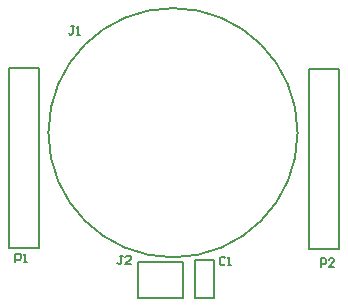
<source format=gto>
G04*
G04 #@! TF.GenerationSoftware,Altium Limited,Altium Designer,18.1.9 (240)*
G04*
G04 Layer_Color=65535*
%FSAX25Y25*%
%MOIN*%
G70*
G01*
G75*
%ADD10C,0.00787*%
%ADD11C,0.00394*%
%ADD12C,0.00591*%
D10*
X0602535Y0232500D02*
G03*
X0602535Y0232500I-0041535J0000000D01*
G01*
X0574792Y0177468D02*
Y0190066D01*
X0568493Y0177468D02*
X0574792D01*
X0568493D02*
Y0190066D01*
X0574792D01*
X0549502Y0189224D02*
X0564502D01*
Y0177224D02*
Y0189224D01*
X0549502Y0177224D02*
X0564502D01*
X0549502D02*
Y0189224D01*
X0516500Y0193900D02*
Y0253900D01*
X0506500Y0193900D02*
Y0253900D01*
Y0193900D02*
X0516500D01*
X0506500Y0253900D02*
X0516500D01*
X0606400Y0193700D02*
Y0253700D01*
X0616400Y0193700D02*
Y0253700D01*
X0606400D02*
X0616400D01*
X0606400Y0193700D02*
X0616400D01*
D11*
X0548698Y0187724D02*
G03*
X0548698Y0187724I-0000197J0000000D01*
G01*
D12*
X0508500Y0189300D02*
Y0192055D01*
X0509877D01*
X0510337Y0191596D01*
Y0190677D01*
X0509877Y0190218D01*
X0508500D01*
X0511255Y0189300D02*
X0512173D01*
X0511714D01*
Y0192055D01*
X0511255Y0191596D01*
X0610200Y0187800D02*
Y0190555D01*
X0611578D01*
X0612037Y0190096D01*
Y0189178D01*
X0611578Y0188718D01*
X0610200D01*
X0614792Y0187800D02*
X0612955D01*
X0614792Y0189637D01*
Y0190096D01*
X0614332Y0190555D01*
X0613414D01*
X0612955Y0190096D01*
X0528037Y0267955D02*
X0527118D01*
X0527577D01*
Y0265659D01*
X0527118Y0265200D01*
X0526659D01*
X0526200Y0265659D01*
X0528955Y0265200D02*
X0529873D01*
X0529414D01*
Y0267955D01*
X0528955Y0267496D01*
X0544237Y0191455D02*
X0543318D01*
X0543778D01*
Y0189159D01*
X0543318Y0188700D01*
X0542859D01*
X0542400Y0189159D01*
X0546992Y0188700D02*
X0545155D01*
X0546992Y0190537D01*
Y0190996D01*
X0546532Y0191455D01*
X0545614D01*
X0545155Y0190996D01*
X0578437Y0190696D02*
X0577978Y0191155D01*
X0577059D01*
X0576600Y0190696D01*
Y0188859D01*
X0577059Y0188400D01*
X0577978D01*
X0578437Y0188859D01*
X0579355Y0188400D02*
X0580273D01*
X0579814D01*
Y0191155D01*
X0579355Y0190696D01*
M02*

</source>
